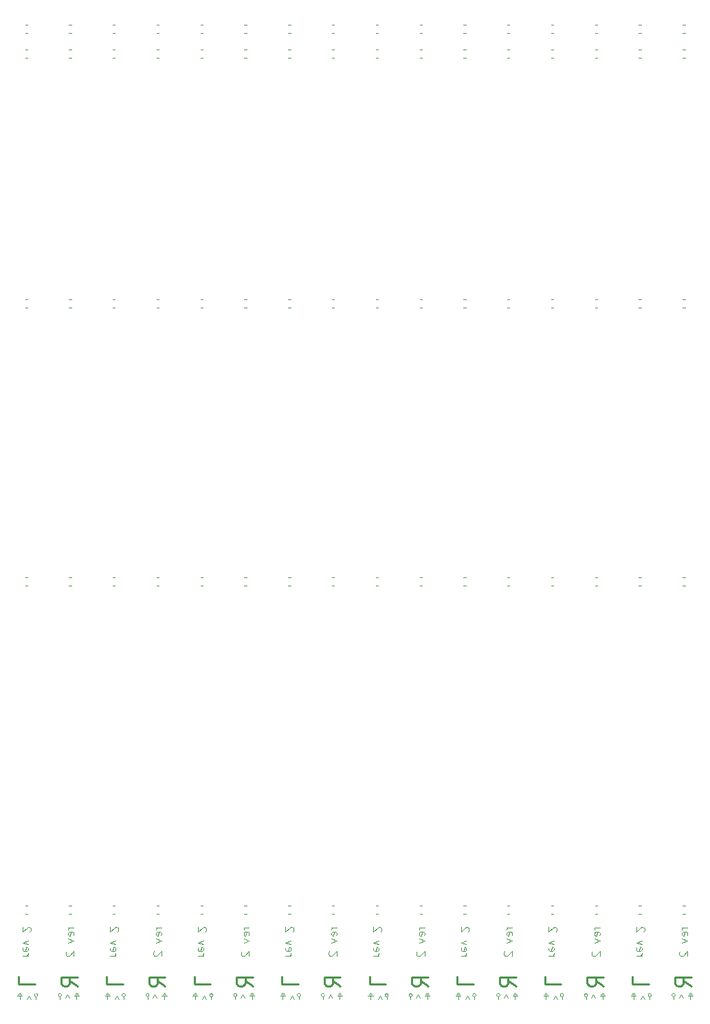
<source format=gbr>
%TF.GenerationSoftware,KiCad,Pcbnew,9.0.3*%
%TF.CreationDate,2025-08-08T13:41:27-04:00*%
%TF.ProjectId,flowstick_led_strip_panel_6p,666c6f77-7374-4696-936b-5f6c65645f73,rev?*%
%TF.SameCoordinates,Original*%
%TF.FileFunction,Legend,Bot*%
%TF.FilePolarity,Positive*%
%FSLAX46Y46*%
G04 Gerber Fmt 4.6, Leading zero omitted, Abs format (unit mm)*
G04 Created by KiCad (PCBNEW 9.0.3) date 2025-08-08 13:41:27*
%MOMM*%
%LPD*%
G01*
G04 APERTURE LIST*
%ADD10C,0.100000*%
%ADD11C,0.250000*%
%ADD12C,0.125000*%
%ADD13C,0.120000*%
G04 APERTURE END LIST*
D10*
X117850000Y-152500000D02*
X118100000Y-152900000D01*
X89450000Y-152400000D02*
G75*
G02*
X89050000Y-152400000I-200000J0D01*
G01*
X89050000Y-152400000D02*
G75*
G02*
X89450000Y-152400000I200000J0D01*
G01*
X91100000Y-152300000D02*
X91500000Y-152300000D01*
X62600000Y-152100000D02*
X62800000Y-152100000D01*
X101900000Y-152300000D02*
X102300000Y-152300000D01*
X101800000Y-152500000D02*
X102400000Y-152500000D01*
X80300000Y-152300000D02*
X80700000Y-152300000D01*
X67850000Y-152400000D02*
G75*
G02*
X67450000Y-152400000I-200000J0D01*
G01*
X67450000Y-152400000D02*
G75*
G02*
X67850000Y-152400000I200000J0D01*
G01*
X68300000Y-152700000D02*
X68550000Y-152300000D01*
X73200000Y-152500000D02*
X73800000Y-152500000D01*
X129500000Y-152900000D02*
X129500000Y-152600000D01*
X102100000Y-152500000D02*
X102100000Y-152900000D01*
X64900000Y-152400000D02*
G75*
G02*
X64500000Y-152400000I-200000J0D01*
G01*
X64500000Y-152400000D02*
G75*
G02*
X64900000Y-152400000I200000J0D01*
G01*
X95000000Y-152100000D02*
X95200000Y-152100000D01*
X84200000Y-152100000D02*
X84400000Y-152100000D01*
X97300000Y-152400000D02*
G75*
G02*
X96900000Y-152400000I-200000J0D01*
G01*
X96900000Y-152400000D02*
G75*
G02*
X97300000Y-152400000I200000J0D01*
G01*
X78450000Y-152900000D02*
X78450000Y-152600000D01*
X73500000Y-152500000D02*
X73500000Y-152900000D01*
X105700000Y-152300000D02*
X106100000Y-152300000D01*
X91200000Y-152100000D02*
X91400000Y-152100000D01*
X118700000Y-152900000D02*
X118700000Y-152600000D01*
X54100000Y-152400000D02*
G75*
G02*
X53700000Y-152400000I-200000J0D01*
G01*
X53700000Y-152400000D02*
G75*
G02*
X54100000Y-152400000I200000J0D01*
G01*
X111500000Y-152700000D02*
X111750000Y-152300000D01*
X58800000Y-152100000D02*
X59000000Y-152100000D01*
X51900000Y-152500000D02*
X51900000Y-152900000D01*
X132650000Y-152400000D02*
G75*
G02*
X132250000Y-152400000I-200000J0D01*
G01*
X132250000Y-152400000D02*
G75*
G02*
X132650000Y-152400000I200000J0D01*
G01*
X53900000Y-152900000D02*
X53900000Y-152600000D01*
X118900000Y-152400000D02*
G75*
G02*
X118500000Y-152400000I-200000J0D01*
G01*
X118500000Y-152400000D02*
G75*
G02*
X118900000Y-152400000I200000J0D01*
G01*
X117600000Y-152900000D02*
X117850000Y-152500000D01*
X116400000Y-152500000D02*
X117000000Y-152500000D01*
X85200000Y-152900000D02*
X85450000Y-152500000D01*
X69400000Y-152500000D02*
X70000000Y-152500000D01*
X121850000Y-152400000D02*
G75*
G02*
X121450000Y-152400000I-200000J0D01*
G01*
X121450000Y-152400000D02*
G75*
G02*
X121850000Y-152400000I200000J0D01*
G01*
X108100000Y-152400000D02*
G75*
G02*
X107700000Y-152400000I-200000J0D01*
G01*
X107700000Y-152400000D02*
G75*
G02*
X108100000Y-152400000I200000J0D01*
G01*
X94900000Y-152300000D02*
X95300000Y-152300000D01*
X127300000Y-152300000D02*
X127700000Y-152300000D01*
X69700000Y-152500000D02*
X69700000Y-152900000D01*
X111750000Y-152300000D02*
X112000000Y-152700000D01*
X86500000Y-152400000D02*
G75*
G02*
X86100000Y-152400000I-200000J0D01*
G01*
X86100000Y-152400000D02*
G75*
G02*
X86500000Y-152400000I200000J0D01*
G01*
X96250000Y-152500000D02*
X96500000Y-152900000D01*
X133100000Y-152700000D02*
X133350000Y-152300000D01*
X69500000Y-152300000D02*
X69900000Y-152300000D01*
X75500000Y-152900000D02*
X75500000Y-152600000D01*
X100700000Y-152700000D02*
X100950000Y-152300000D01*
X80400000Y-152100000D02*
X80600000Y-152100000D01*
X80500000Y-152500000D02*
X80500000Y-152900000D01*
X74650000Y-152500000D02*
X74900000Y-152900000D01*
X112900000Y-152500000D02*
X112900000Y-152900000D01*
X68550000Y-152300000D02*
X68800000Y-152700000D01*
X105800000Y-152100000D02*
X106000000Y-152100000D01*
X111050000Y-152400000D02*
G75*
G02*
X110650000Y-152400000I-200000J0D01*
G01*
X110650000Y-152400000D02*
G75*
G02*
X111050000Y-152400000I200000J0D01*
G01*
X96000000Y-152900000D02*
X96250000Y-152500000D01*
X67650000Y-152900000D02*
X67650000Y-152600000D01*
X78650000Y-152400000D02*
G75*
G02*
X78250000Y-152400000I-200000J0D01*
G01*
X78250000Y-152400000D02*
G75*
G02*
X78650000Y-152400000I200000J0D01*
G01*
X73300000Y-152300000D02*
X73700000Y-152300000D01*
X134300000Y-152300000D02*
X134700000Y-152300000D01*
X116600000Y-152100000D02*
X116800000Y-152100000D01*
X84100000Y-152300000D02*
X84500000Y-152300000D01*
X116500000Y-152300000D02*
X116900000Y-152300000D01*
X63850000Y-152500000D02*
X64100000Y-152900000D01*
X127200000Y-152500000D02*
X127800000Y-152500000D01*
X86300000Y-152900000D02*
X86300000Y-152600000D01*
X105600000Y-152500000D02*
X106200000Y-152500000D01*
X94800000Y-152500000D02*
X95400000Y-152500000D01*
X100050000Y-152900000D02*
X100050000Y-152600000D01*
X69600000Y-152100000D02*
X69800000Y-152100000D01*
X107900000Y-152900000D02*
X107900000Y-152600000D01*
X112700000Y-152300000D02*
X113100000Y-152300000D01*
X52800000Y-152900000D02*
X53050000Y-152500000D01*
X107050000Y-152500000D02*
X107300000Y-152900000D01*
X62500000Y-152300000D02*
X62900000Y-152300000D01*
X57500000Y-152700000D02*
X57750000Y-152300000D01*
X127500000Y-152500000D02*
X127500000Y-152900000D01*
X91300000Y-152500000D02*
X91300000Y-152900000D01*
X58900000Y-152500000D02*
X58900000Y-152900000D01*
X89900000Y-152700000D02*
X90150000Y-152300000D01*
X74400000Y-152900000D02*
X74650000Y-152500000D01*
X122550000Y-152300000D02*
X122800000Y-152700000D01*
X57050000Y-152400000D02*
G75*
G02*
X56650000Y-152400000I-200000J0D01*
G01*
X56650000Y-152400000D02*
G75*
G02*
X57050000Y-152400000I200000J0D01*
G01*
X128400000Y-152900000D02*
X128650000Y-152500000D01*
X84000000Y-152500000D02*
X84600000Y-152500000D01*
X58700000Y-152300000D02*
X59100000Y-152300000D01*
X128650000Y-152500000D02*
X128900000Y-152900000D01*
X123400000Y-152500000D02*
X124000000Y-152500000D01*
X51800000Y-152100000D02*
X52000000Y-152100000D01*
X121650000Y-152900000D02*
X121650000Y-152600000D01*
X134200000Y-152500000D02*
X134800000Y-152500000D01*
X62400000Y-152500000D02*
X63000000Y-152500000D01*
X53050000Y-152500000D02*
X53300000Y-152900000D01*
X73400000Y-152100000D02*
X73600000Y-152100000D01*
X80200000Y-152500000D02*
X80800000Y-152500000D01*
X91000000Y-152500000D02*
X91600000Y-152500000D01*
X129700000Y-152400000D02*
G75*
G02*
X129300000Y-152400000I-200000J0D01*
G01*
X129300000Y-152400000D02*
G75*
G02*
X129700000Y-152400000I200000J0D01*
G01*
X56850000Y-152900000D02*
X56850000Y-152600000D01*
X102000000Y-152100000D02*
X102200000Y-152100000D01*
X132450000Y-152900000D02*
X132450000Y-152600000D01*
X112600000Y-152500000D02*
X113200000Y-152500000D01*
X100250000Y-152400000D02*
G75*
G02*
X99850000Y-152400000I-200000J0D01*
G01*
X99850000Y-152400000D02*
G75*
G02*
X100250000Y-152400000I200000J0D01*
G01*
X123600000Y-152100000D02*
X123800000Y-152100000D01*
X90150000Y-152300000D02*
X90400000Y-152700000D01*
X57750000Y-152300000D02*
X58000000Y-152700000D01*
X127400000Y-152100000D02*
X127600000Y-152100000D01*
X89250000Y-152900000D02*
X89250000Y-152600000D01*
X100950000Y-152300000D02*
X101200000Y-152700000D01*
X133350000Y-152300000D02*
X133600000Y-152700000D01*
X134400000Y-152100000D02*
X134600000Y-152100000D01*
X105900000Y-152500000D02*
X105900000Y-152900000D01*
X122300000Y-152700000D02*
X122550000Y-152300000D01*
X112800000Y-152100000D02*
X113000000Y-152100000D01*
X85450000Y-152500000D02*
X85700000Y-152900000D01*
X63600000Y-152900000D02*
X63850000Y-152500000D01*
X84300000Y-152500000D02*
X84300000Y-152900000D01*
X62700000Y-152500000D02*
X62700000Y-152900000D01*
X64700000Y-152900000D02*
X64700000Y-152600000D01*
X51700000Y-152300000D02*
X52100000Y-152300000D01*
X110850000Y-152900000D02*
X110850000Y-152600000D01*
X79100000Y-152700000D02*
X79350000Y-152300000D01*
X116700000Y-152500000D02*
X116700000Y-152900000D01*
X95100000Y-152500000D02*
X95100000Y-152900000D01*
X97100000Y-152900000D02*
X97100000Y-152600000D01*
X51600000Y-152500000D02*
X52200000Y-152500000D01*
X75700000Y-152400000D02*
G75*
G02*
X75300000Y-152400000I-200000J0D01*
G01*
X75300000Y-152400000D02*
G75*
G02*
X75700000Y-152400000I200000J0D01*
G01*
X134500000Y-152500000D02*
X134500000Y-152900000D01*
X58600000Y-152500000D02*
X59200000Y-152500000D01*
X106800000Y-152900000D02*
X107050000Y-152500000D01*
X123700000Y-152500000D02*
X123700000Y-152900000D01*
X123500000Y-152300000D02*
X123900000Y-152300000D01*
X79350000Y-152300000D02*
X79600000Y-152700000D01*
D11*
X69812238Y-151319047D02*
X68859857Y-150652380D01*
X69812238Y-150176190D02*
X67812238Y-150176190D01*
X67812238Y-150176190D02*
X67812238Y-150938095D01*
X67812238Y-150938095D02*
X67907476Y-151128571D01*
X67907476Y-151128571D02*
X68002714Y-151223809D01*
X68002714Y-151223809D02*
X68193190Y-151319047D01*
X68193190Y-151319047D02*
X68478904Y-151319047D01*
X68478904Y-151319047D02*
X68669380Y-151223809D01*
X68669380Y-151223809D02*
X68764619Y-151128571D01*
X68764619Y-151128571D02*
X68859857Y-150938095D01*
X68859857Y-150938095D02*
X68859857Y-150176190D01*
D12*
X101756119Y-144061904D02*
X101089452Y-144061904D01*
X101279928Y-144061904D02*
X101184690Y-144109523D01*
X101184690Y-144109523D02*
X101137071Y-144157142D01*
X101137071Y-144157142D02*
X101089452Y-144252380D01*
X101089452Y-144252380D02*
X101089452Y-144347618D01*
X101708500Y-145061904D02*
X101756119Y-144966666D01*
X101756119Y-144966666D02*
X101756119Y-144776190D01*
X101756119Y-144776190D02*
X101708500Y-144680952D01*
X101708500Y-144680952D02*
X101613261Y-144633333D01*
X101613261Y-144633333D02*
X101232309Y-144633333D01*
X101232309Y-144633333D02*
X101137071Y-144680952D01*
X101137071Y-144680952D02*
X101089452Y-144776190D01*
X101089452Y-144776190D02*
X101089452Y-144966666D01*
X101089452Y-144966666D02*
X101137071Y-145061904D01*
X101137071Y-145061904D02*
X101232309Y-145109523D01*
X101232309Y-145109523D02*
X101327547Y-145109523D01*
X101327547Y-145109523D02*
X101422785Y-144633333D01*
X101089452Y-145442857D02*
X101756119Y-145680952D01*
X101756119Y-145680952D02*
X101089452Y-145919047D01*
X100851357Y-147014286D02*
X100803738Y-147061905D01*
X100803738Y-147061905D02*
X100756119Y-147157143D01*
X100756119Y-147157143D02*
X100756119Y-147395238D01*
X100756119Y-147395238D02*
X100803738Y-147490476D01*
X100803738Y-147490476D02*
X100851357Y-147538095D01*
X100851357Y-147538095D02*
X100946595Y-147585714D01*
X100946595Y-147585714D02*
X101041833Y-147585714D01*
X101041833Y-147585714D02*
X101184690Y-147538095D01*
X101184690Y-147538095D02*
X101756119Y-146966667D01*
X101756119Y-146966667D02*
X101756119Y-147585714D01*
X63043880Y-147538095D02*
X63710547Y-147538095D01*
X63520071Y-147538095D02*
X63615309Y-147490476D01*
X63615309Y-147490476D02*
X63662928Y-147442857D01*
X63662928Y-147442857D02*
X63710547Y-147347619D01*
X63710547Y-147347619D02*
X63710547Y-147252381D01*
X63091500Y-146538095D02*
X63043880Y-146633333D01*
X63043880Y-146633333D02*
X63043880Y-146823809D01*
X63043880Y-146823809D02*
X63091500Y-146919047D01*
X63091500Y-146919047D02*
X63186738Y-146966666D01*
X63186738Y-146966666D02*
X63567690Y-146966666D01*
X63567690Y-146966666D02*
X63662928Y-146919047D01*
X63662928Y-146919047D02*
X63710547Y-146823809D01*
X63710547Y-146823809D02*
X63710547Y-146633333D01*
X63710547Y-146633333D02*
X63662928Y-146538095D01*
X63662928Y-146538095D02*
X63567690Y-146490476D01*
X63567690Y-146490476D02*
X63472452Y-146490476D01*
X63472452Y-146490476D02*
X63377214Y-146966666D01*
X63710547Y-146157142D02*
X63043880Y-145919047D01*
X63043880Y-145919047D02*
X63710547Y-145680952D01*
X63948642Y-144585713D02*
X63996261Y-144538094D01*
X63996261Y-144538094D02*
X64043880Y-144442856D01*
X64043880Y-144442856D02*
X64043880Y-144204761D01*
X64043880Y-144204761D02*
X63996261Y-144109523D01*
X63996261Y-144109523D02*
X63948642Y-144061904D01*
X63948642Y-144061904D02*
X63853404Y-144014285D01*
X63853404Y-144014285D02*
X63758166Y-144014285D01*
X63758166Y-144014285D02*
X63615309Y-144061904D01*
X63615309Y-144061904D02*
X63043880Y-144633332D01*
X63043880Y-144633332D02*
X63043880Y-144014285D01*
X112556119Y-144061904D02*
X111889452Y-144061904D01*
X112079928Y-144061904D02*
X111984690Y-144109523D01*
X111984690Y-144109523D02*
X111937071Y-144157142D01*
X111937071Y-144157142D02*
X111889452Y-144252380D01*
X111889452Y-144252380D02*
X111889452Y-144347618D01*
X112508500Y-145061904D02*
X112556119Y-144966666D01*
X112556119Y-144966666D02*
X112556119Y-144776190D01*
X112556119Y-144776190D02*
X112508500Y-144680952D01*
X112508500Y-144680952D02*
X112413261Y-144633333D01*
X112413261Y-144633333D02*
X112032309Y-144633333D01*
X112032309Y-144633333D02*
X111937071Y-144680952D01*
X111937071Y-144680952D02*
X111889452Y-144776190D01*
X111889452Y-144776190D02*
X111889452Y-144966666D01*
X111889452Y-144966666D02*
X111937071Y-145061904D01*
X111937071Y-145061904D02*
X112032309Y-145109523D01*
X112032309Y-145109523D02*
X112127547Y-145109523D01*
X112127547Y-145109523D02*
X112222785Y-144633333D01*
X111889452Y-145442857D02*
X112556119Y-145680952D01*
X112556119Y-145680952D02*
X111889452Y-145919047D01*
X111651357Y-147014286D02*
X111603738Y-147061905D01*
X111603738Y-147061905D02*
X111556119Y-147157143D01*
X111556119Y-147157143D02*
X111556119Y-147395238D01*
X111556119Y-147395238D02*
X111603738Y-147490476D01*
X111603738Y-147490476D02*
X111651357Y-147538095D01*
X111651357Y-147538095D02*
X111746595Y-147585714D01*
X111746595Y-147585714D02*
X111841833Y-147585714D01*
X111841833Y-147585714D02*
X111984690Y-147538095D01*
X111984690Y-147538095D02*
X112556119Y-146966667D01*
X112556119Y-146966667D02*
X112556119Y-147585714D01*
D11*
X51787761Y-150080952D02*
X51787761Y-151033333D01*
X51787761Y-151033333D02*
X53787761Y-151033333D01*
D12*
X134156119Y-144061904D02*
X133489452Y-144061904D01*
X133679928Y-144061904D02*
X133584690Y-144109523D01*
X133584690Y-144109523D02*
X133537071Y-144157142D01*
X133537071Y-144157142D02*
X133489452Y-144252380D01*
X133489452Y-144252380D02*
X133489452Y-144347618D01*
X134108500Y-145061904D02*
X134156119Y-144966666D01*
X134156119Y-144966666D02*
X134156119Y-144776190D01*
X134156119Y-144776190D02*
X134108500Y-144680952D01*
X134108500Y-144680952D02*
X134013261Y-144633333D01*
X134013261Y-144633333D02*
X133632309Y-144633333D01*
X133632309Y-144633333D02*
X133537071Y-144680952D01*
X133537071Y-144680952D02*
X133489452Y-144776190D01*
X133489452Y-144776190D02*
X133489452Y-144966666D01*
X133489452Y-144966666D02*
X133537071Y-145061904D01*
X133537071Y-145061904D02*
X133632309Y-145109523D01*
X133632309Y-145109523D02*
X133727547Y-145109523D01*
X133727547Y-145109523D02*
X133822785Y-144633333D01*
X133489452Y-145442857D02*
X134156119Y-145680952D01*
X134156119Y-145680952D02*
X133489452Y-145919047D01*
X133251357Y-147014286D02*
X133203738Y-147061905D01*
X133203738Y-147061905D02*
X133156119Y-147157143D01*
X133156119Y-147157143D02*
X133156119Y-147395238D01*
X133156119Y-147395238D02*
X133203738Y-147490476D01*
X133203738Y-147490476D02*
X133251357Y-147538095D01*
X133251357Y-147538095D02*
X133346595Y-147585714D01*
X133346595Y-147585714D02*
X133441833Y-147585714D01*
X133441833Y-147585714D02*
X133584690Y-147538095D01*
X133584690Y-147538095D02*
X134156119Y-146966667D01*
X134156119Y-146966667D02*
X134156119Y-147585714D01*
D11*
X73387761Y-150080952D02*
X73387761Y-151033333D01*
X73387761Y-151033333D02*
X75387761Y-151033333D01*
X127387761Y-150080952D02*
X127387761Y-151033333D01*
X127387761Y-151033333D02*
X129387761Y-151033333D01*
D12*
X73843880Y-147538095D02*
X74510547Y-147538095D01*
X74320071Y-147538095D02*
X74415309Y-147490476D01*
X74415309Y-147490476D02*
X74462928Y-147442857D01*
X74462928Y-147442857D02*
X74510547Y-147347619D01*
X74510547Y-147347619D02*
X74510547Y-147252381D01*
X73891500Y-146538095D02*
X73843880Y-146633333D01*
X73843880Y-146633333D02*
X73843880Y-146823809D01*
X73843880Y-146823809D02*
X73891500Y-146919047D01*
X73891500Y-146919047D02*
X73986738Y-146966666D01*
X73986738Y-146966666D02*
X74367690Y-146966666D01*
X74367690Y-146966666D02*
X74462928Y-146919047D01*
X74462928Y-146919047D02*
X74510547Y-146823809D01*
X74510547Y-146823809D02*
X74510547Y-146633333D01*
X74510547Y-146633333D02*
X74462928Y-146538095D01*
X74462928Y-146538095D02*
X74367690Y-146490476D01*
X74367690Y-146490476D02*
X74272452Y-146490476D01*
X74272452Y-146490476D02*
X74177214Y-146966666D01*
X74510547Y-146157142D02*
X73843880Y-145919047D01*
X73843880Y-145919047D02*
X74510547Y-145680952D01*
X74748642Y-144585713D02*
X74796261Y-144538094D01*
X74796261Y-144538094D02*
X74843880Y-144442856D01*
X74843880Y-144442856D02*
X74843880Y-144204761D01*
X74843880Y-144204761D02*
X74796261Y-144109523D01*
X74796261Y-144109523D02*
X74748642Y-144061904D01*
X74748642Y-144061904D02*
X74653404Y-144014285D01*
X74653404Y-144014285D02*
X74558166Y-144014285D01*
X74558166Y-144014285D02*
X74415309Y-144061904D01*
X74415309Y-144061904D02*
X73843880Y-144633332D01*
X73843880Y-144633332D02*
X73843880Y-144014285D01*
X95443880Y-147538095D02*
X96110547Y-147538095D01*
X95920071Y-147538095D02*
X96015309Y-147490476D01*
X96015309Y-147490476D02*
X96062928Y-147442857D01*
X96062928Y-147442857D02*
X96110547Y-147347619D01*
X96110547Y-147347619D02*
X96110547Y-147252381D01*
X95491500Y-146538095D02*
X95443880Y-146633333D01*
X95443880Y-146633333D02*
X95443880Y-146823809D01*
X95443880Y-146823809D02*
X95491500Y-146919047D01*
X95491500Y-146919047D02*
X95586738Y-146966666D01*
X95586738Y-146966666D02*
X95967690Y-146966666D01*
X95967690Y-146966666D02*
X96062928Y-146919047D01*
X96062928Y-146919047D02*
X96110547Y-146823809D01*
X96110547Y-146823809D02*
X96110547Y-146633333D01*
X96110547Y-146633333D02*
X96062928Y-146538095D01*
X96062928Y-146538095D02*
X95967690Y-146490476D01*
X95967690Y-146490476D02*
X95872452Y-146490476D01*
X95872452Y-146490476D02*
X95777214Y-146966666D01*
X96110547Y-146157142D02*
X95443880Y-145919047D01*
X95443880Y-145919047D02*
X96110547Y-145680952D01*
X96348642Y-144585713D02*
X96396261Y-144538094D01*
X96396261Y-144538094D02*
X96443880Y-144442856D01*
X96443880Y-144442856D02*
X96443880Y-144204761D01*
X96443880Y-144204761D02*
X96396261Y-144109523D01*
X96396261Y-144109523D02*
X96348642Y-144061904D01*
X96348642Y-144061904D02*
X96253404Y-144014285D01*
X96253404Y-144014285D02*
X96158166Y-144014285D01*
X96158166Y-144014285D02*
X96015309Y-144061904D01*
X96015309Y-144061904D02*
X95443880Y-144633332D01*
X95443880Y-144633332D02*
X95443880Y-144014285D01*
D11*
X102212238Y-151319047D02*
X101259857Y-150652380D01*
X102212238Y-150176190D02*
X100212238Y-150176190D01*
X100212238Y-150176190D02*
X100212238Y-150938095D01*
X100212238Y-150938095D02*
X100307476Y-151128571D01*
X100307476Y-151128571D02*
X100402714Y-151223809D01*
X100402714Y-151223809D02*
X100593190Y-151319047D01*
X100593190Y-151319047D02*
X100878904Y-151319047D01*
X100878904Y-151319047D02*
X101069380Y-151223809D01*
X101069380Y-151223809D02*
X101164619Y-151128571D01*
X101164619Y-151128571D02*
X101259857Y-150938095D01*
X101259857Y-150938095D02*
X101259857Y-150176190D01*
X94987761Y-150080952D02*
X94987761Y-151033333D01*
X94987761Y-151033333D02*
X96987761Y-151033333D01*
X123812238Y-151319047D02*
X122859857Y-150652380D01*
X123812238Y-150176190D02*
X121812238Y-150176190D01*
X121812238Y-150176190D02*
X121812238Y-150938095D01*
X121812238Y-150938095D02*
X121907476Y-151128571D01*
X121907476Y-151128571D02*
X122002714Y-151223809D01*
X122002714Y-151223809D02*
X122193190Y-151319047D01*
X122193190Y-151319047D02*
X122478904Y-151319047D01*
X122478904Y-151319047D02*
X122669380Y-151223809D01*
X122669380Y-151223809D02*
X122764619Y-151128571D01*
X122764619Y-151128571D02*
X122859857Y-150938095D01*
X122859857Y-150938095D02*
X122859857Y-150176190D01*
D12*
X106243880Y-147538095D02*
X106910547Y-147538095D01*
X106720071Y-147538095D02*
X106815309Y-147490476D01*
X106815309Y-147490476D02*
X106862928Y-147442857D01*
X106862928Y-147442857D02*
X106910547Y-147347619D01*
X106910547Y-147347619D02*
X106910547Y-147252381D01*
X106291500Y-146538095D02*
X106243880Y-146633333D01*
X106243880Y-146633333D02*
X106243880Y-146823809D01*
X106243880Y-146823809D02*
X106291500Y-146919047D01*
X106291500Y-146919047D02*
X106386738Y-146966666D01*
X106386738Y-146966666D02*
X106767690Y-146966666D01*
X106767690Y-146966666D02*
X106862928Y-146919047D01*
X106862928Y-146919047D02*
X106910547Y-146823809D01*
X106910547Y-146823809D02*
X106910547Y-146633333D01*
X106910547Y-146633333D02*
X106862928Y-146538095D01*
X106862928Y-146538095D02*
X106767690Y-146490476D01*
X106767690Y-146490476D02*
X106672452Y-146490476D01*
X106672452Y-146490476D02*
X106577214Y-146966666D01*
X106910547Y-146157142D02*
X106243880Y-145919047D01*
X106243880Y-145919047D02*
X106910547Y-145680952D01*
X107148642Y-144585713D02*
X107196261Y-144538094D01*
X107196261Y-144538094D02*
X107243880Y-144442856D01*
X107243880Y-144442856D02*
X107243880Y-144204761D01*
X107243880Y-144204761D02*
X107196261Y-144109523D01*
X107196261Y-144109523D02*
X107148642Y-144061904D01*
X107148642Y-144061904D02*
X107053404Y-144014285D01*
X107053404Y-144014285D02*
X106958166Y-144014285D01*
X106958166Y-144014285D02*
X106815309Y-144061904D01*
X106815309Y-144061904D02*
X106243880Y-144633332D01*
X106243880Y-144633332D02*
X106243880Y-144014285D01*
D11*
X59012238Y-151319047D02*
X58059857Y-150652380D01*
X59012238Y-150176190D02*
X57012238Y-150176190D01*
X57012238Y-150176190D02*
X57012238Y-150938095D01*
X57012238Y-150938095D02*
X57107476Y-151128571D01*
X57107476Y-151128571D02*
X57202714Y-151223809D01*
X57202714Y-151223809D02*
X57393190Y-151319047D01*
X57393190Y-151319047D02*
X57678904Y-151319047D01*
X57678904Y-151319047D02*
X57869380Y-151223809D01*
X57869380Y-151223809D02*
X57964619Y-151128571D01*
X57964619Y-151128571D02*
X58059857Y-150938095D01*
X58059857Y-150938095D02*
X58059857Y-150176190D01*
D12*
X69356119Y-144061904D02*
X68689452Y-144061904D01*
X68879928Y-144061904D02*
X68784690Y-144109523D01*
X68784690Y-144109523D02*
X68737071Y-144157142D01*
X68737071Y-144157142D02*
X68689452Y-144252380D01*
X68689452Y-144252380D02*
X68689452Y-144347618D01*
X69308500Y-145061904D02*
X69356119Y-144966666D01*
X69356119Y-144966666D02*
X69356119Y-144776190D01*
X69356119Y-144776190D02*
X69308500Y-144680952D01*
X69308500Y-144680952D02*
X69213261Y-144633333D01*
X69213261Y-144633333D02*
X68832309Y-144633333D01*
X68832309Y-144633333D02*
X68737071Y-144680952D01*
X68737071Y-144680952D02*
X68689452Y-144776190D01*
X68689452Y-144776190D02*
X68689452Y-144966666D01*
X68689452Y-144966666D02*
X68737071Y-145061904D01*
X68737071Y-145061904D02*
X68832309Y-145109523D01*
X68832309Y-145109523D02*
X68927547Y-145109523D01*
X68927547Y-145109523D02*
X69022785Y-144633333D01*
X68689452Y-145442857D02*
X69356119Y-145680952D01*
X69356119Y-145680952D02*
X68689452Y-145919047D01*
X68451357Y-147014286D02*
X68403738Y-147061905D01*
X68403738Y-147061905D02*
X68356119Y-147157143D01*
X68356119Y-147157143D02*
X68356119Y-147395238D01*
X68356119Y-147395238D02*
X68403738Y-147490476D01*
X68403738Y-147490476D02*
X68451357Y-147538095D01*
X68451357Y-147538095D02*
X68546595Y-147585714D01*
X68546595Y-147585714D02*
X68641833Y-147585714D01*
X68641833Y-147585714D02*
X68784690Y-147538095D01*
X68784690Y-147538095D02*
X69356119Y-146966667D01*
X69356119Y-146966667D02*
X69356119Y-147585714D01*
X84643880Y-147538095D02*
X85310547Y-147538095D01*
X85120071Y-147538095D02*
X85215309Y-147490476D01*
X85215309Y-147490476D02*
X85262928Y-147442857D01*
X85262928Y-147442857D02*
X85310547Y-147347619D01*
X85310547Y-147347619D02*
X85310547Y-147252381D01*
X84691500Y-146538095D02*
X84643880Y-146633333D01*
X84643880Y-146633333D02*
X84643880Y-146823809D01*
X84643880Y-146823809D02*
X84691500Y-146919047D01*
X84691500Y-146919047D02*
X84786738Y-146966666D01*
X84786738Y-146966666D02*
X85167690Y-146966666D01*
X85167690Y-146966666D02*
X85262928Y-146919047D01*
X85262928Y-146919047D02*
X85310547Y-146823809D01*
X85310547Y-146823809D02*
X85310547Y-146633333D01*
X85310547Y-146633333D02*
X85262928Y-146538095D01*
X85262928Y-146538095D02*
X85167690Y-146490476D01*
X85167690Y-146490476D02*
X85072452Y-146490476D01*
X85072452Y-146490476D02*
X84977214Y-146966666D01*
X85310547Y-146157142D02*
X84643880Y-145919047D01*
X84643880Y-145919047D02*
X85310547Y-145680952D01*
X85548642Y-144585713D02*
X85596261Y-144538094D01*
X85596261Y-144538094D02*
X85643880Y-144442856D01*
X85643880Y-144442856D02*
X85643880Y-144204761D01*
X85643880Y-144204761D02*
X85596261Y-144109523D01*
X85596261Y-144109523D02*
X85548642Y-144061904D01*
X85548642Y-144061904D02*
X85453404Y-144014285D01*
X85453404Y-144014285D02*
X85358166Y-144014285D01*
X85358166Y-144014285D02*
X85215309Y-144061904D01*
X85215309Y-144061904D02*
X84643880Y-144633332D01*
X84643880Y-144633332D02*
X84643880Y-144014285D01*
D11*
X91412238Y-151319047D02*
X90459857Y-150652380D01*
X91412238Y-150176190D02*
X89412238Y-150176190D01*
X89412238Y-150176190D02*
X89412238Y-150938095D01*
X89412238Y-150938095D02*
X89507476Y-151128571D01*
X89507476Y-151128571D02*
X89602714Y-151223809D01*
X89602714Y-151223809D02*
X89793190Y-151319047D01*
X89793190Y-151319047D02*
X90078904Y-151319047D01*
X90078904Y-151319047D02*
X90269380Y-151223809D01*
X90269380Y-151223809D02*
X90364619Y-151128571D01*
X90364619Y-151128571D02*
X90459857Y-150938095D01*
X90459857Y-150938095D02*
X90459857Y-150176190D01*
D12*
X52243880Y-147538095D02*
X52910547Y-147538095D01*
X52720071Y-147538095D02*
X52815309Y-147490476D01*
X52815309Y-147490476D02*
X52862928Y-147442857D01*
X52862928Y-147442857D02*
X52910547Y-147347619D01*
X52910547Y-147347619D02*
X52910547Y-147252381D01*
X52291500Y-146538095D02*
X52243880Y-146633333D01*
X52243880Y-146633333D02*
X52243880Y-146823809D01*
X52243880Y-146823809D02*
X52291500Y-146919047D01*
X52291500Y-146919047D02*
X52386738Y-146966666D01*
X52386738Y-146966666D02*
X52767690Y-146966666D01*
X52767690Y-146966666D02*
X52862928Y-146919047D01*
X52862928Y-146919047D02*
X52910547Y-146823809D01*
X52910547Y-146823809D02*
X52910547Y-146633333D01*
X52910547Y-146633333D02*
X52862928Y-146538095D01*
X52862928Y-146538095D02*
X52767690Y-146490476D01*
X52767690Y-146490476D02*
X52672452Y-146490476D01*
X52672452Y-146490476D02*
X52577214Y-146966666D01*
X52910547Y-146157142D02*
X52243880Y-145919047D01*
X52243880Y-145919047D02*
X52910547Y-145680952D01*
X53148642Y-144585713D02*
X53196261Y-144538094D01*
X53196261Y-144538094D02*
X53243880Y-144442856D01*
X53243880Y-144442856D02*
X53243880Y-144204761D01*
X53243880Y-144204761D02*
X53196261Y-144109523D01*
X53196261Y-144109523D02*
X53148642Y-144061904D01*
X53148642Y-144061904D02*
X53053404Y-144014285D01*
X53053404Y-144014285D02*
X52958166Y-144014285D01*
X52958166Y-144014285D02*
X52815309Y-144061904D01*
X52815309Y-144061904D02*
X52243880Y-144633332D01*
X52243880Y-144633332D02*
X52243880Y-144014285D01*
X58556119Y-144061904D02*
X57889452Y-144061904D01*
X58079928Y-144061904D02*
X57984690Y-144109523D01*
X57984690Y-144109523D02*
X57937071Y-144157142D01*
X57937071Y-144157142D02*
X57889452Y-144252380D01*
X57889452Y-144252380D02*
X57889452Y-144347618D01*
X58508500Y-145061904D02*
X58556119Y-144966666D01*
X58556119Y-144966666D02*
X58556119Y-144776190D01*
X58556119Y-144776190D02*
X58508500Y-144680952D01*
X58508500Y-144680952D02*
X58413261Y-144633333D01*
X58413261Y-144633333D02*
X58032309Y-144633333D01*
X58032309Y-144633333D02*
X57937071Y-144680952D01*
X57937071Y-144680952D02*
X57889452Y-144776190D01*
X57889452Y-144776190D02*
X57889452Y-144966666D01*
X57889452Y-144966666D02*
X57937071Y-145061904D01*
X57937071Y-145061904D02*
X58032309Y-145109523D01*
X58032309Y-145109523D02*
X58127547Y-145109523D01*
X58127547Y-145109523D02*
X58222785Y-144633333D01*
X57889452Y-145442857D02*
X58556119Y-145680952D01*
X58556119Y-145680952D02*
X57889452Y-145919047D01*
X57651357Y-147014286D02*
X57603738Y-147061905D01*
X57603738Y-147061905D02*
X57556119Y-147157143D01*
X57556119Y-147157143D02*
X57556119Y-147395238D01*
X57556119Y-147395238D02*
X57603738Y-147490476D01*
X57603738Y-147490476D02*
X57651357Y-147538095D01*
X57651357Y-147538095D02*
X57746595Y-147585714D01*
X57746595Y-147585714D02*
X57841833Y-147585714D01*
X57841833Y-147585714D02*
X57984690Y-147538095D01*
X57984690Y-147538095D02*
X58556119Y-146966667D01*
X58556119Y-146966667D02*
X58556119Y-147585714D01*
X90956119Y-144061904D02*
X90289452Y-144061904D01*
X90479928Y-144061904D02*
X90384690Y-144109523D01*
X90384690Y-144109523D02*
X90337071Y-144157142D01*
X90337071Y-144157142D02*
X90289452Y-144252380D01*
X90289452Y-144252380D02*
X90289452Y-144347618D01*
X90908500Y-145061904D02*
X90956119Y-144966666D01*
X90956119Y-144966666D02*
X90956119Y-144776190D01*
X90956119Y-144776190D02*
X90908500Y-144680952D01*
X90908500Y-144680952D02*
X90813261Y-144633333D01*
X90813261Y-144633333D02*
X90432309Y-144633333D01*
X90432309Y-144633333D02*
X90337071Y-144680952D01*
X90337071Y-144680952D02*
X90289452Y-144776190D01*
X90289452Y-144776190D02*
X90289452Y-144966666D01*
X90289452Y-144966666D02*
X90337071Y-145061904D01*
X90337071Y-145061904D02*
X90432309Y-145109523D01*
X90432309Y-145109523D02*
X90527547Y-145109523D01*
X90527547Y-145109523D02*
X90622785Y-144633333D01*
X90289452Y-145442857D02*
X90956119Y-145680952D01*
X90956119Y-145680952D02*
X90289452Y-145919047D01*
X90051357Y-147014286D02*
X90003738Y-147061905D01*
X90003738Y-147061905D02*
X89956119Y-147157143D01*
X89956119Y-147157143D02*
X89956119Y-147395238D01*
X89956119Y-147395238D02*
X90003738Y-147490476D01*
X90003738Y-147490476D02*
X90051357Y-147538095D01*
X90051357Y-147538095D02*
X90146595Y-147585714D01*
X90146595Y-147585714D02*
X90241833Y-147585714D01*
X90241833Y-147585714D02*
X90384690Y-147538095D01*
X90384690Y-147538095D02*
X90956119Y-146966667D01*
X90956119Y-146966667D02*
X90956119Y-147585714D01*
D11*
X80612238Y-151319047D02*
X79659857Y-150652380D01*
X80612238Y-150176190D02*
X78612238Y-150176190D01*
X78612238Y-150176190D02*
X78612238Y-150938095D01*
X78612238Y-150938095D02*
X78707476Y-151128571D01*
X78707476Y-151128571D02*
X78802714Y-151223809D01*
X78802714Y-151223809D02*
X78993190Y-151319047D01*
X78993190Y-151319047D02*
X79278904Y-151319047D01*
X79278904Y-151319047D02*
X79469380Y-151223809D01*
X79469380Y-151223809D02*
X79564619Y-151128571D01*
X79564619Y-151128571D02*
X79659857Y-150938095D01*
X79659857Y-150938095D02*
X79659857Y-150176190D01*
D12*
X123356119Y-144061904D02*
X122689452Y-144061904D01*
X122879928Y-144061904D02*
X122784690Y-144109523D01*
X122784690Y-144109523D02*
X122737071Y-144157142D01*
X122737071Y-144157142D02*
X122689452Y-144252380D01*
X122689452Y-144252380D02*
X122689452Y-144347618D01*
X123308500Y-145061904D02*
X123356119Y-144966666D01*
X123356119Y-144966666D02*
X123356119Y-144776190D01*
X123356119Y-144776190D02*
X123308500Y-144680952D01*
X123308500Y-144680952D02*
X123213261Y-144633333D01*
X123213261Y-144633333D02*
X122832309Y-144633333D01*
X122832309Y-144633333D02*
X122737071Y-144680952D01*
X122737071Y-144680952D02*
X122689452Y-144776190D01*
X122689452Y-144776190D02*
X122689452Y-144966666D01*
X122689452Y-144966666D02*
X122737071Y-145061904D01*
X122737071Y-145061904D02*
X122832309Y-145109523D01*
X122832309Y-145109523D02*
X122927547Y-145109523D01*
X122927547Y-145109523D02*
X123022785Y-144633333D01*
X122689452Y-145442857D02*
X123356119Y-145680952D01*
X123356119Y-145680952D02*
X122689452Y-145919047D01*
X122451357Y-147014286D02*
X122403738Y-147061905D01*
X122403738Y-147061905D02*
X122356119Y-147157143D01*
X122356119Y-147157143D02*
X122356119Y-147395238D01*
X122356119Y-147395238D02*
X122403738Y-147490476D01*
X122403738Y-147490476D02*
X122451357Y-147538095D01*
X122451357Y-147538095D02*
X122546595Y-147585714D01*
X122546595Y-147585714D02*
X122641833Y-147585714D01*
X122641833Y-147585714D02*
X122784690Y-147538095D01*
X122784690Y-147538095D02*
X123356119Y-146966667D01*
X123356119Y-146966667D02*
X123356119Y-147585714D01*
X80156119Y-144061904D02*
X79489452Y-144061904D01*
X79679928Y-144061904D02*
X79584690Y-144109523D01*
X79584690Y-144109523D02*
X79537071Y-144157142D01*
X79537071Y-144157142D02*
X79489452Y-144252380D01*
X79489452Y-144252380D02*
X79489452Y-144347618D01*
X80108500Y-145061904D02*
X80156119Y-144966666D01*
X80156119Y-144966666D02*
X80156119Y-144776190D01*
X80156119Y-144776190D02*
X80108500Y-144680952D01*
X80108500Y-144680952D02*
X80013261Y-144633333D01*
X80013261Y-144633333D02*
X79632309Y-144633333D01*
X79632309Y-144633333D02*
X79537071Y-144680952D01*
X79537071Y-144680952D02*
X79489452Y-144776190D01*
X79489452Y-144776190D02*
X79489452Y-144966666D01*
X79489452Y-144966666D02*
X79537071Y-145061904D01*
X79537071Y-145061904D02*
X79632309Y-145109523D01*
X79632309Y-145109523D02*
X79727547Y-145109523D01*
X79727547Y-145109523D02*
X79822785Y-144633333D01*
X79489452Y-145442857D02*
X80156119Y-145680952D01*
X80156119Y-145680952D02*
X79489452Y-145919047D01*
X79251357Y-147014286D02*
X79203738Y-147061905D01*
X79203738Y-147061905D02*
X79156119Y-147157143D01*
X79156119Y-147157143D02*
X79156119Y-147395238D01*
X79156119Y-147395238D02*
X79203738Y-147490476D01*
X79203738Y-147490476D02*
X79251357Y-147538095D01*
X79251357Y-147538095D02*
X79346595Y-147585714D01*
X79346595Y-147585714D02*
X79441833Y-147585714D01*
X79441833Y-147585714D02*
X79584690Y-147538095D01*
X79584690Y-147538095D02*
X80156119Y-146966667D01*
X80156119Y-146966667D02*
X80156119Y-147585714D01*
D11*
X105787761Y-150080952D02*
X105787761Y-151033333D01*
X105787761Y-151033333D02*
X107787761Y-151033333D01*
D12*
X117043880Y-147538095D02*
X117710547Y-147538095D01*
X117520071Y-147538095D02*
X117615309Y-147490476D01*
X117615309Y-147490476D02*
X117662928Y-147442857D01*
X117662928Y-147442857D02*
X117710547Y-147347619D01*
X117710547Y-147347619D02*
X117710547Y-147252381D01*
X117091500Y-146538095D02*
X117043880Y-146633333D01*
X117043880Y-146633333D02*
X117043880Y-146823809D01*
X117043880Y-146823809D02*
X117091500Y-146919047D01*
X117091500Y-146919047D02*
X117186738Y-146966666D01*
X117186738Y-146966666D02*
X117567690Y-146966666D01*
X117567690Y-146966666D02*
X117662928Y-146919047D01*
X117662928Y-146919047D02*
X117710547Y-146823809D01*
X117710547Y-146823809D02*
X117710547Y-146633333D01*
X117710547Y-146633333D02*
X117662928Y-146538095D01*
X117662928Y-146538095D02*
X117567690Y-146490476D01*
X117567690Y-146490476D02*
X117472452Y-146490476D01*
X117472452Y-146490476D02*
X117377214Y-146966666D01*
X117710547Y-146157142D02*
X117043880Y-145919047D01*
X117043880Y-145919047D02*
X117710547Y-145680952D01*
X117948642Y-144585713D02*
X117996261Y-144538094D01*
X117996261Y-144538094D02*
X118043880Y-144442856D01*
X118043880Y-144442856D02*
X118043880Y-144204761D01*
X118043880Y-144204761D02*
X117996261Y-144109523D01*
X117996261Y-144109523D02*
X117948642Y-144061904D01*
X117948642Y-144061904D02*
X117853404Y-144014285D01*
X117853404Y-144014285D02*
X117758166Y-144014285D01*
X117758166Y-144014285D02*
X117615309Y-144061904D01*
X117615309Y-144061904D02*
X117043880Y-144633332D01*
X117043880Y-144633332D02*
X117043880Y-144014285D01*
X127843880Y-147538095D02*
X128510547Y-147538095D01*
X128320071Y-147538095D02*
X128415309Y-147490476D01*
X128415309Y-147490476D02*
X128462928Y-147442857D01*
X128462928Y-147442857D02*
X128510547Y-147347619D01*
X128510547Y-147347619D02*
X128510547Y-147252381D01*
X127891500Y-146538095D02*
X127843880Y-146633333D01*
X127843880Y-146633333D02*
X127843880Y-146823809D01*
X127843880Y-146823809D02*
X127891500Y-146919047D01*
X127891500Y-146919047D02*
X127986738Y-146966666D01*
X127986738Y-146966666D02*
X128367690Y-146966666D01*
X128367690Y-146966666D02*
X128462928Y-146919047D01*
X128462928Y-146919047D02*
X128510547Y-146823809D01*
X128510547Y-146823809D02*
X128510547Y-146633333D01*
X128510547Y-146633333D02*
X128462928Y-146538095D01*
X128462928Y-146538095D02*
X128367690Y-146490476D01*
X128367690Y-146490476D02*
X128272452Y-146490476D01*
X128272452Y-146490476D02*
X128177214Y-146966666D01*
X128510547Y-146157142D02*
X127843880Y-145919047D01*
X127843880Y-145919047D02*
X128510547Y-145680952D01*
X128748642Y-144585713D02*
X128796261Y-144538094D01*
X128796261Y-144538094D02*
X128843880Y-144442856D01*
X128843880Y-144442856D02*
X128843880Y-144204761D01*
X128843880Y-144204761D02*
X128796261Y-144109523D01*
X128796261Y-144109523D02*
X128748642Y-144061904D01*
X128748642Y-144061904D02*
X128653404Y-144014285D01*
X128653404Y-144014285D02*
X128558166Y-144014285D01*
X128558166Y-144014285D02*
X128415309Y-144061904D01*
X128415309Y-144061904D02*
X127843880Y-144633332D01*
X127843880Y-144633332D02*
X127843880Y-144014285D01*
D11*
X116587761Y-150080952D02*
X116587761Y-151033333D01*
X116587761Y-151033333D02*
X118587761Y-151033333D01*
X84187761Y-150080952D02*
X84187761Y-151033333D01*
X84187761Y-151033333D02*
X86187761Y-151033333D01*
X134612238Y-151319047D02*
X133659857Y-150652380D01*
X134612238Y-150176190D02*
X132612238Y-150176190D01*
X132612238Y-150176190D02*
X132612238Y-150938095D01*
X132612238Y-150938095D02*
X132707476Y-151128571D01*
X132707476Y-151128571D02*
X132802714Y-151223809D01*
X132802714Y-151223809D02*
X132993190Y-151319047D01*
X132993190Y-151319047D02*
X133278904Y-151319047D01*
X133278904Y-151319047D02*
X133469380Y-151223809D01*
X133469380Y-151223809D02*
X133564619Y-151128571D01*
X133564619Y-151128571D02*
X133659857Y-150938095D01*
X133659857Y-150938095D02*
X133659857Y-150176190D01*
X113012238Y-151319047D02*
X112059857Y-150652380D01*
X113012238Y-150176190D02*
X111012238Y-150176190D01*
X111012238Y-150176190D02*
X111012238Y-150938095D01*
X111012238Y-150938095D02*
X111107476Y-151128571D01*
X111107476Y-151128571D02*
X111202714Y-151223809D01*
X111202714Y-151223809D02*
X111393190Y-151319047D01*
X111393190Y-151319047D02*
X111678904Y-151319047D01*
X111678904Y-151319047D02*
X111869380Y-151223809D01*
X111869380Y-151223809D02*
X111964619Y-151128571D01*
X111964619Y-151128571D02*
X112059857Y-150938095D01*
X112059857Y-150938095D02*
X112059857Y-150176190D01*
X62587761Y-150080952D02*
X62587761Y-151033333D01*
X62587761Y-151033333D02*
X64587761Y-151033333D01*
D13*
%TO.C,C2*%
X52840580Y-100990000D02*
X52559420Y-100990000D01*
X52840580Y-102010000D02*
X52559420Y-102010000D01*
X106840580Y-100990000D02*
X106559420Y-100990000D01*
X106840580Y-102010000D02*
X106559420Y-102010000D01*
%TO.C,C1*%
X106840580Y-141390000D02*
X106559420Y-141390000D01*
X106840580Y-142410000D02*
X106559420Y-142410000D01*
%TO.C,C5*%
X96040580Y-32990000D02*
X95759420Y-32990000D01*
X96040580Y-34010000D02*
X95759420Y-34010000D01*
%TO.C,C1*%
X52840580Y-141390000D02*
X52559420Y-141390000D01*
X52840580Y-142410000D02*
X52559420Y-142410000D01*
%TO.C,C10*%
X133559420Y-32990000D02*
X133840580Y-32990000D01*
X133559420Y-34010000D02*
X133840580Y-34010000D01*
%TO.C,C1*%
X96040580Y-141390000D02*
X95759420Y-141390000D01*
X96040580Y-142410000D02*
X95759420Y-142410000D01*
%TO.C,C10*%
X111959420Y-32990000D02*
X112240580Y-32990000D01*
X111959420Y-34010000D02*
X112240580Y-34010000D01*
%TO.C,C9*%
X122759420Y-36090000D02*
X123040580Y-36090000D01*
X122759420Y-37110000D02*
X123040580Y-37110000D01*
%TO.C,C4*%
X85240580Y-36090000D02*
X84959420Y-36090000D01*
X85240580Y-37110000D02*
X84959420Y-37110000D01*
X63640580Y-36090000D02*
X63359420Y-36090000D01*
X63640580Y-37110000D02*
X63359420Y-37110000D01*
X96040580Y-36090000D02*
X95759420Y-36090000D01*
X96040580Y-37110000D02*
X95759420Y-37110000D01*
X74440580Y-36090000D02*
X74159420Y-36090000D01*
X74440580Y-37110000D02*
X74159420Y-37110000D01*
%TO.C,C10*%
X57959420Y-32990000D02*
X58240580Y-32990000D01*
X57959420Y-34010000D02*
X58240580Y-34010000D01*
%TO.C,C8*%
X90359420Y-66790000D02*
X90640580Y-66790000D01*
X90359420Y-67810000D02*
X90640580Y-67810000D01*
%TO.C,C7*%
X101159420Y-100990000D02*
X101440580Y-100990000D01*
X101159420Y-102010000D02*
X101440580Y-102010000D01*
%TO.C,C3*%
X52840580Y-66790000D02*
X52559420Y-66790000D01*
X52840580Y-67810000D02*
X52559420Y-67810000D01*
%TO.C,C2*%
X63640580Y-100990000D02*
X63359420Y-100990000D01*
X63640580Y-102010000D02*
X63359420Y-102010000D01*
%TO.C,C4*%
X128440580Y-36090000D02*
X128159420Y-36090000D01*
X128440580Y-37110000D02*
X128159420Y-37110000D01*
%TO.C,C1*%
X128440580Y-141390000D02*
X128159420Y-141390000D01*
X128440580Y-142410000D02*
X128159420Y-142410000D01*
%TO.C,C10*%
X79559420Y-32990000D02*
X79840580Y-32990000D01*
X79559420Y-34010000D02*
X79840580Y-34010000D01*
%TO.C,C5*%
X74440580Y-32990000D02*
X74159420Y-32990000D01*
X74440580Y-34010000D02*
X74159420Y-34010000D01*
%TO.C,C7*%
X79559420Y-100990000D02*
X79840580Y-100990000D01*
X79559420Y-102010000D02*
X79840580Y-102010000D01*
%TO.C,C2*%
X128440580Y-100990000D02*
X128159420Y-100990000D01*
X128440580Y-102010000D02*
X128159420Y-102010000D01*
X117640580Y-100990000D02*
X117359420Y-100990000D01*
X117640580Y-102010000D02*
X117359420Y-102010000D01*
%TO.C,C7*%
X90359420Y-100990000D02*
X90640580Y-100990000D01*
X90359420Y-102010000D02*
X90640580Y-102010000D01*
%TO.C,C8*%
X101159420Y-66790000D02*
X101440580Y-66790000D01*
X101159420Y-67810000D02*
X101440580Y-67810000D01*
%TO.C,C9*%
X90359420Y-36090000D02*
X90640580Y-36090000D01*
X90359420Y-37110000D02*
X90640580Y-37110000D01*
%TO.C,C10*%
X68759420Y-32990000D02*
X69040580Y-32990000D01*
X68759420Y-34010000D02*
X69040580Y-34010000D01*
%TO.C,C2*%
X96040580Y-100990000D02*
X95759420Y-100990000D01*
X96040580Y-102010000D02*
X95759420Y-102010000D01*
%TO.C,C10*%
X90359420Y-32990000D02*
X90640580Y-32990000D01*
X90359420Y-34010000D02*
X90640580Y-34010000D01*
%TO.C,C3*%
X74440580Y-66790000D02*
X74159420Y-66790000D01*
X74440580Y-67810000D02*
X74159420Y-67810000D01*
%TO.C,C7*%
X111959420Y-100990000D02*
X112240580Y-100990000D01*
X111959420Y-102010000D02*
X112240580Y-102010000D01*
%TO.C,C1*%
X63640580Y-141390000D02*
X63359420Y-141390000D01*
X63640580Y-142410000D02*
X63359420Y-142410000D01*
%TO.C,C5*%
X85240580Y-32990000D02*
X84959420Y-32990000D01*
X85240580Y-34010000D02*
X84959420Y-34010000D01*
%TO.C,C6*%
X57959420Y-141390000D02*
X58240580Y-141390000D01*
X57959420Y-142410000D02*
X58240580Y-142410000D01*
%TO.C,C7*%
X57959420Y-100990000D02*
X58240580Y-100990000D01*
X57959420Y-102010000D02*
X58240580Y-102010000D01*
%TO.C,C4*%
X106840580Y-36090000D02*
X106559420Y-36090000D01*
X106840580Y-37110000D02*
X106559420Y-37110000D01*
%TO.C,C9*%
X133559420Y-36090000D02*
X133840580Y-36090000D01*
X133559420Y-37110000D02*
X133840580Y-37110000D01*
%TO.C,C10*%
X101159420Y-32990000D02*
X101440580Y-32990000D01*
X101159420Y-34010000D02*
X101440580Y-34010000D01*
%TO.C,C9*%
X101159420Y-36090000D02*
X101440580Y-36090000D01*
X101159420Y-37110000D02*
X101440580Y-37110000D01*
%TO.C,C7*%
X122759420Y-100990000D02*
X123040580Y-100990000D01*
X122759420Y-102010000D02*
X123040580Y-102010000D01*
%TO.C,C3*%
X63640580Y-66790000D02*
X63359420Y-66790000D01*
X63640580Y-67810000D02*
X63359420Y-67810000D01*
%TO.C,C8*%
X68759420Y-66790000D02*
X69040580Y-66790000D01*
X68759420Y-67810000D02*
X69040580Y-67810000D01*
%TO.C,C6*%
X101159420Y-141390000D02*
X101440580Y-141390000D01*
X101159420Y-142410000D02*
X101440580Y-142410000D01*
%TO.C,C9*%
X79559420Y-36090000D02*
X79840580Y-36090000D01*
X79559420Y-37110000D02*
X79840580Y-37110000D01*
%TO.C,C4*%
X52840580Y-36090000D02*
X52559420Y-36090000D01*
X52840580Y-37110000D02*
X52559420Y-37110000D01*
%TO.C,C2*%
X85240580Y-100990000D02*
X84959420Y-100990000D01*
X85240580Y-102010000D02*
X84959420Y-102010000D01*
%TO.C,C4*%
X117640580Y-36090000D02*
X117359420Y-36090000D01*
X117640580Y-37110000D02*
X117359420Y-37110000D01*
%TO.C,C10*%
X122759420Y-32990000D02*
X123040580Y-32990000D01*
X122759420Y-34010000D02*
X123040580Y-34010000D01*
%TO.C,C5*%
X117640580Y-32990000D02*
X117359420Y-32990000D01*
X117640580Y-34010000D02*
X117359420Y-34010000D01*
%TO.C,C3*%
X128440580Y-66790000D02*
X128159420Y-66790000D01*
X128440580Y-67810000D02*
X128159420Y-67810000D01*
%TO.C,C5*%
X63640580Y-32990000D02*
X63359420Y-32990000D01*
X63640580Y-34010000D02*
X63359420Y-34010000D01*
%TO.C,C6*%
X68759420Y-141390000D02*
X69040580Y-141390000D01*
X68759420Y-142410000D02*
X69040580Y-142410000D01*
%TO.C,C5*%
X52840580Y-32990000D02*
X52559420Y-32990000D01*
X52840580Y-34010000D02*
X52559420Y-34010000D01*
%TO.C,C3*%
X106840580Y-66790000D02*
X106559420Y-66790000D01*
X106840580Y-67810000D02*
X106559420Y-67810000D01*
%TO.C,C5*%
X106840580Y-32990000D02*
X106559420Y-32990000D01*
X106840580Y-34010000D02*
X106559420Y-34010000D01*
%TO.C,C8*%
X111959420Y-66790000D02*
X112240580Y-66790000D01*
X111959420Y-67810000D02*
X112240580Y-67810000D01*
%TO.C,C1*%
X74440580Y-141390000D02*
X74159420Y-141390000D01*
X74440580Y-142410000D02*
X74159420Y-142410000D01*
%TO.C,C6*%
X111959420Y-141390000D02*
X112240580Y-141390000D01*
X111959420Y-142410000D02*
X112240580Y-142410000D01*
%TO.C,C7*%
X68759420Y-100990000D02*
X69040580Y-100990000D01*
X68759420Y-102010000D02*
X69040580Y-102010000D01*
%TO.C,C6*%
X79559420Y-141390000D02*
X79840580Y-141390000D01*
X79559420Y-142410000D02*
X79840580Y-142410000D01*
%TO.C,C8*%
X122759420Y-66790000D02*
X123040580Y-66790000D01*
X122759420Y-67810000D02*
X123040580Y-67810000D01*
%TO.C,C9*%
X111959420Y-36090000D02*
X112240580Y-36090000D01*
X111959420Y-37110000D02*
X112240580Y-37110000D01*
X68759420Y-36090000D02*
X69040580Y-36090000D01*
X68759420Y-37110000D02*
X69040580Y-37110000D01*
%TO.C,C8*%
X133559420Y-66790000D02*
X133840580Y-66790000D01*
X133559420Y-67810000D02*
X133840580Y-67810000D01*
%TO.C,C6*%
X122759420Y-141390000D02*
X123040580Y-141390000D01*
X122759420Y-142410000D02*
X123040580Y-142410000D01*
%TO.C,C7*%
X133559420Y-100990000D02*
X133840580Y-100990000D01*
X133559420Y-102010000D02*
X133840580Y-102010000D01*
%TO.C,C1*%
X85240580Y-141390000D02*
X84959420Y-141390000D01*
X85240580Y-142410000D02*
X84959420Y-142410000D01*
%TO.C,C3*%
X117640580Y-66790000D02*
X117359420Y-66790000D01*
X117640580Y-67810000D02*
X117359420Y-67810000D01*
%TO.C,C6*%
X133559420Y-141390000D02*
X133840580Y-141390000D01*
X133559420Y-142410000D02*
X133840580Y-142410000D01*
%TO.C,C5*%
X128440580Y-32990000D02*
X128159420Y-32990000D01*
X128440580Y-34010000D02*
X128159420Y-34010000D01*
%TO.C,C6*%
X90359420Y-141390000D02*
X90640580Y-141390000D01*
X90359420Y-142410000D02*
X90640580Y-142410000D01*
%TO.C,C1*%
X117640580Y-141390000D02*
X117359420Y-141390000D01*
X117640580Y-142410000D02*
X117359420Y-142410000D01*
%TO.C,C3*%
X96040580Y-66790000D02*
X95759420Y-66790000D01*
X96040580Y-67810000D02*
X95759420Y-67810000D01*
%TO.C,C8*%
X79559420Y-66790000D02*
X79840580Y-66790000D01*
X79559420Y-67810000D02*
X79840580Y-67810000D01*
%TO.C,C2*%
X74440580Y-100990000D02*
X74159420Y-100990000D01*
X74440580Y-102010000D02*
X74159420Y-102010000D01*
%TO.C,C8*%
X57959420Y-66790000D02*
X58240580Y-66790000D01*
X57959420Y-67810000D02*
X58240580Y-67810000D01*
%TO.C,C9*%
X57959420Y-36090000D02*
X58240580Y-36090000D01*
X57959420Y-37110000D02*
X58240580Y-37110000D01*
%TO.C,C3*%
X85240580Y-66790000D02*
X84959420Y-66790000D01*
X85240580Y-67810000D02*
X84959420Y-67810000D01*
%TD*%
M02*

</source>
